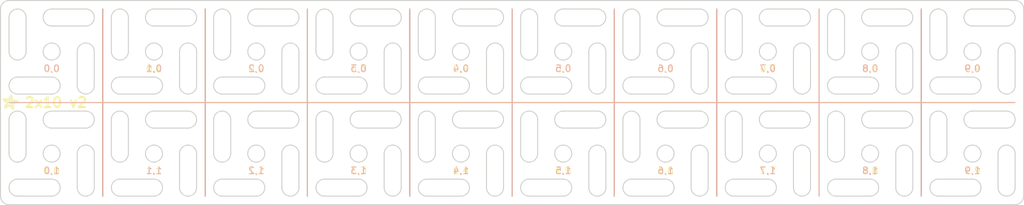
<source format=kicad_pcb>
(kicad_pcb (version 20221018) (generator pcbnew)
  (layers (0 "F.Cu" signal) (31 "B.Cu" signal) (34 "B.Paste" user) (35 "F.Paste" user) (36 "B.SilkS" user "B.Silkscreen") (37 "F.SilkS" user "F.Silkscreen") (38 "B.Mask" user) (39 "F.Mask" user) (44 "Edge.Cuts" user))
  (net 0 "")
  (footprint "ADAFRUIT_2.5MM" (layer "F.Cu") (at 25.654 41.783)
    (fp_text reference "U$4" hide)
    (fp_text value "" hide)
  )
  (gr_line (start 40.64 26.67) (end 40.64 54.609999) (stroke (width 0.15)) (layer "F.Cu"))
  (gr_line (start 55.88 26.67) (end 55.88 54.609999) (stroke (width 0.15)) (layer "F.Cu"))
  (gr_line (start 101.6 26.67) (end 101.6 54.609999) (stroke (width 0.15)) (layer "F.Cu"))
  (gr_line (start 162.56 26.67) (end 162.56 54.609999) (stroke (width 0.15)) (layer "F.Cu"))
  (gr_line (start 71.119999 26.67) (end 71.119999 54.609999) (stroke (width 0.15)) (layer "F.Cu"))
  (gr_line (start 147.32 26.67) (end 147.32 54.609999) (stroke (width 0.15)) (layer "F.Cu"))
  (gr_line (start 132.079999 26.67) (end 132.079999 54.609999) (stroke (width 0.15)) (layer "F.Cu"))
  (gr_line (start 116.839999 26.67) (end 116.839999 54.609999) (stroke (width 0.15)) (layer "F.Cu"))
  (gr_line (start 86.36 26.67) (end 86.36 54.609999) (stroke (width 0.15)) (layer "F.Cu"))
  (gr_line (start 162.56 26.67) (end 162.56 54.609999) (stroke (width 0.15)) (layer "B.Cu"))
  (gr_line (start 132.079999 26.67) (end 132.079999 54.609999) (stroke (width 0.15)) (layer "B.Cu"))
  (gr_line (start 71.119999 26.67) (end 71.119999 54.609999) (stroke (width 0.15)) (layer "B.Cu"))
  (gr_line (start 40.64 26.67) (end 40.64 54.609999) (stroke (width 0.15)) (layer "B.Cu"))
  (gr_line (start 55.88 26.67) (end 55.88 54.609999) (stroke (width 0.15)) (layer "B.Cu"))
  (gr_line (start 101.6 26.67) (end 101.6 54.609999) (stroke (width 0.15)) (layer "B.Cu"))
  (gr_line (start 116.839999 26.67) (end 116.839999 54.609999) (stroke (width 0.15)) (layer "B.Cu"))
  (gr_line (start 147.32 26.67) (end 147.32 54.609999) (stroke (width 0.15)) (layer "B.Cu"))
  (gr_line (start 86.36 26.67) (end 86.36 54.609999) (stroke (width 0.15)) (layer "B.Cu"))
  (gr_line (start 55.88 26.67) (end 55.88 54.609999) (stroke (width 0.15)) (layer "B.SilkS"))
  (gr_line (start 101.6 26.67) (end 101.6 54.609999) (stroke (width 0.15)) (layer "B.SilkS"))
  (gr_line (start 26.67 40.64) (end 176.53 40.64) (stroke (width 0.15)) (layer "B.SilkS"))
  (gr_line (start 40.64 26.67) (end 40.64 54.609999) (stroke (width 0.15)) (layer "B.SilkS"))
  (gr_line (start 71.119999 26.67) (end 71.119999 54.609999) (stroke (width 0.15)) (layer "B.SilkS"))
  (gr_line (start 162.56 26.67) (end 162.56 54.609999) (stroke (width 0.15)) (layer "B.SilkS"))
  (gr_line (start 132.079999 26.67) (end 132.079999 54.609999) (stroke (width 0.15)) (layer "B.SilkS"))
  (gr_line (start 86.36 26.67) (end 86.36 54.609999) (stroke (width 0.15)) (layer "B.SilkS"))
  (gr_line (start 116.839999 26.67) (end 116.839999 54.609999) (stroke (width 0.15)) (layer "B.SilkS"))
  (gr_line (start 147.32 26.67) (end 147.32 54.609999) (stroke (width 0.15)) (layer "B.SilkS"))
  (gr_line (start 101.6 26.67) (end 101.6 54.609999) (stroke (width 0.15)) (layer "F.SilkS"))
  (gr_line (start 147.32 26.67) (end 147.32 54.609999) (stroke (width 0.15)) (layer "F.SilkS"))
  (gr_line (start 55.88 26.67) (end 55.88 54.609999) (stroke (width 0.15)) (layer "F.SilkS"))
  (gr_line (start 162.56 26.67) (end 162.56 54.609999) (stroke (width 0.15)) (layer "F.SilkS"))
  (gr_line (start 86.36 26.67) (end 86.36 54.609999) (stroke (width 0.15)) (layer "F.SilkS"))
  (gr_line (start 71.119999 26.67) (end 71.119999 54.609999) (stroke (width 0.15)) (layer "F.SilkS"))
  (gr_line (start 116.839999 26.67) (end 116.839999 54.609999) (stroke (width 0.15)) (layer "F.SilkS"))
  (gr_line (start 40.64 26.67) (end 40.64 54.609999) (stroke (width 0.15)) (layer "F.SilkS"))
  (gr_line (start 132.079999 26.67) (end 132.079999 54.609999) (stroke (width 0.15)) (layer "F.SilkS"))
  (gr_line (start 39.37 40.64) (end 176.53 40.64) (stroke (width 0.15)) (layer "F.SilkS"))
  (gr_arc (start 93.98 52.07) (mid 95.25 53.34) (end 93.98 54.61) (stroke (width 0.15)) (layer "Edge.Cuts"))
  (gr_line (start 63.5 44.45) (end 68.58 44.45) (stroke (width 0.15)) (layer "Edge.Cuts"))
  (gr_arc (start 39.37 38.1) (mid 38.1 39.37) (end 36.83 38.1) (stroke (width 0.15)) (layer "Edge.Cuts"))
  (gr_arc (start 67.31 33.02) (mid 68.58 31.75) (end 69.85 33.02) (stroke (width 0.15)) (layer "Edge.Cuts"))
  (gr_arc (start 105.41 33.02) (mid 104.14 34.29) (end 102.87 33.02) (stroke (width 0.15)) (layer "Edge.Cuts"))
  (gr_line (start 85.09 33.02) (end 85.09 38.1) (stroke (width 0.15)) (layer "Edge.Cuts"))
  (gr_line (start 134.62 52.07) (end 139.7 52.07) (stroke (width 0.15)) (layer "Edge.Cuts"))
  (gr_arc (start 124.46 36.83) (mid 125.73 38.1) (end 124.46 39.37) (stroke (width 0.15)) (layer "Edge.Cuts"))
  (gr_arc (start 139.7 36.83) (mid 140.97 38.1) (end 139.7 39.37) (stroke (width 0.15)) (layer "Edge.Cuts"))
  (gr_line (start 176.53 48.26) (end 176.53 53.34) (stroke (width 0.15)) (layer "Edge.Cuts"))
  (gr_arc (start 115.57 53.34) (mid 114.3 54.61) (end 113.03 53.34) (stroke (width 0.15)) (layer "Edge.Cuts"))
  (gr_arc (start 170.18 36.83) (mid 171.45 38.1) (end 170.18 39.37) (stroke (width 0.15)) (layer "Edge.Cuts"))
  (gr_line (start 48.26 26.67) (end 53.34 26.67) (stroke (width 0.15)) (layer "Edge.Cuts"))
  (gr_arc (start 63.5 36.83) (mid 64.77 38.1) (end 63.5 39.37) (stroke (width 0.15)) (layer "Edge.Cuts"))
  (gr_line (start 43.18 52.07) (end 48.26 52.07) (stroke (width 0.15)) (layer "Edge.Cuts"))
  (gr_line (start 73.66 36.83) (end 78.74 36.83) (stroke (width 0.15)) (layer "Edge.Cuts"))
  (gr_line (start 104.14 54.61) (end 109.22 54.61) (stroke (width 0.15)) (layer "Edge.Cuts"))
  (gr_arc (start 139.7 52.07) (mid 140.97 53.34) (end 139.7 54.61) (stroke (width 0.15)) (layer "Edge.Cuts"))
  (gr_arc (start 36.83 33.02) (mid 38.1 31.75) (end 39.37 33.02) (stroke (width 0.15)) (layer "Edge.Cuts"))
  (gr_arc (start 85.089999 38.1) (mid 83.82 39.369999) (end 82.550001 38.1) (stroke (width 0.15)) (layer "Edge.Cuts"))
  (gr_arc (start 72.39 43.18) (mid 73.66 41.91) (end 74.93 43.18) (stroke (width 0.15)) (layer "Edge.Cuts"))
  (gr_line (start 105.41 43.18) (end 105.41 48.26) (stroke (width 0.15)) (layer "Edge.Cuts"))
  (gr_line (start 124.46 29.21) (end 129.539999 29.21) (stroke (width 0.15)) (layer "Edge.Cuts"))
  (gr_arc (start 68.58 41.91) (mid 69.85 43.18) (end 68.58 44.45) (stroke (width 0.15)) (layer "Edge.Cuts"))
  (gr_line (start 52.07 48.26) (end 52.07 53.34) (stroke (width 0.15)) (layer "Edge.Cuts"))
  (gr_line (start 74.93 43.18) (end 74.93 48.26) (stroke (width 0.15)) (layer "Edge.Cuts"))
  (gr_line (start 73.66 39.37) (end 78.74 39.37) (stroke (width 0.15)) (layer "Edge.Cuts"))
  (gr_arc (start 114.3 41.91) (mid 115.57 43.18) (end 114.3 44.45) (stroke (width 0.15)) (layer "Edge.Cuts"))
  (gr_arc (start 124.46 44.45) (mid 123.19 43.18) (end 124.46 41.91) (stroke (width 0.15)) (layer "Edge.Cuts"))
  (gr_arc (start 29.21 33.02) (mid 27.94 34.29) (end 26.67 33.02) (stroke (width 0.15)) (layer "Edge.Cuts"))
  (gr_arc (start 115.57 38.1) (mid 114.3 39.37) (end 113.03 38.1) (stroke (width 0.15)) (layer "Edge.Cuts"))
  (gr_line (start 166.37 43.18) (end 166.37 48.26) (stroke (width 0.15)) (layer "Edge.Cuts"))
  (gr_arc (start 133.35 43.18) (mid 134.62 41.91) (end 135.89 43.18) (stroke (width 0.15)) (layer "Edge.Cuts"))
  (gr_arc (start 170.18 46.989999) (mid 170.18 49.530001) (end 170.18 46.989999) (stroke (width 0.15)) (layer "Edge.Cuts"))
  (gr_arc (start 143.51 33.02) (mid 144.78 31.75) (end 146.05 33.02) (stroke (width 0.15)) (layer "Edge.Cuts"))
  (gr_line (start 48.26 44.45) (end 53.34 44.45) (stroke (width 0.15)) (layer "Edge.Cuts"))
  (gr_arc (start 44.45 33.02) (mid 43.18 34.29) (end 41.91 33.02) (stroke (width 0.15)) (layer "Edge.Cuts"))
  (gr_line (start 154.94 26.67) (end 160.02 26.67) (stroke (width 0.15)) (layer "Edge.Cuts"))
  (gr_line (start 29.21 43.18) (end 29.21 48.26) (stroke (width 0.15)) (layer "Edge.Cuts"))
  (gr_arc (start 135.89 33.02) (mid 134.62 34.29) (end 133.35 33.02) (stroke (width 0.15)) (layer "Edge.Cuts"))
  (gr_arc (start 109.22 31.75) (mid 109.22 34.29) (end 109.22 31.75) (stroke (width 0.15)) (layer "Edge.Cuts"))
  (gr_arc (start 128.269999 48.26) (mid 129.539999 46.99) (end 130.809999 48.26) (stroke (width 0.15)) (layer "Edge.Cuts"))
  (gr_arc (start 143.51 48.26) (mid 144.78 46.99) (end 146.05 48.26) (stroke (width 0.15)) (layer "Edge.Cuts"))
  (gr_arc (start 57.15 27.94) (mid 58.42 26.67) (end 59.69 27.94) (stroke (width 0.15)) (layer "Edge.Cuts"))
  (gr_arc (start 146.05 53.34) (mid 144.78 54.61) (end 143.51 53.34) (stroke (width 0.15)) (layer "Edge.Cuts"))
  (gr_line (start 29.21 27.94) (end 29.21 33.02) (stroke (width 0.15)) (layer "Edge.Cuts"))
  (gr_arc (start 33.02 44.45) (mid 31.75 43.18) (end 33.02 41.91) (stroke (width 0.15)) (layer "Edge.Cuts"))
  (gr_arc (start 173.989999 48.26) (mid 175.26 46.989999) (end 176.530001 48.26) (stroke (width 0.15)) (layer "Edge.Cuts"))
  (gr_line (start 54.61 33.02) (end 54.61 38.1) (stroke (width 0.15)) (layer "Edge.Cuts"))
  (gr_line (start 170.18 29.21) (end 175.26 29.21) (stroke (width 0.15)) (layer "Edge.Cuts"))
  (gr_arc (start 43.18 39.37) (mid 41.91 38.1) (end 43.18 36.83) (stroke (width 0.15)) (layer "Edge.Cuts"))
  (gr_line (start 58.42 39.37) (end 63.5 39.37) (stroke (width 0.15)) (layer "Edge.Cuts"))
  (gr_arc (start 135.89 48.26) (mid 134.62 49.53) (end 133.35 48.26) (stroke (width 0.15)) (layer "Edge.Cuts"))
  (gr_line (start 120.65 43.18) (end 120.65 48.26) (stroke (width 0.15)) (layer "Edge.Cuts"))
  (gr_arc (start 149.86 54.61) (mid 148.59 53.34) (end 149.86 52.07) (stroke (width 0.15)) (layer "Edge.Cuts"))
  (gr_line (start 105.41 27.94) (end 105.41 33.02) (stroke (width 0.15)) (layer "Edge.Cuts"))
  (gr_arc (start 78.74 44.45) (mid 77.47 43.18) (end 78.74 41.91) (stroke (width 0.15)) (layer "Edge.Cuts"))
  (gr_arc (start 99.06 41.91) (mid 100.33 43.18) (end 99.06 44.45) (stroke (width 0.15)) (layer "Edge.Cuts"))
  (gr_line (start 118.11 43.18) (end 118.11 48.26) (stroke (width 0.15)) (layer "Edge.Cuts"))
  (gr_arc (start 175.26 26.67) (mid 176.53 27.94) (end 175.26 29.21) (stroke (width 0.15)) (layer "Edge.Cuts"))
  (gr_line (start 90.17 43.18) (end 90.17 48.26) (stroke (width 0.15)) (layer "Edge.Cuts"))
  (gr_arc (start 146.05 38.1) (mid 144.78 39.37) (end 143.51 38.1) (stroke (width 0.15)) (layer "Edge.Cuts"))
  (gr_arc (start 52.07 48.26) (mid 53.34 46.99) (end 54.61 48.26) (stroke (width 0.15)) (layer "Edge.Cuts"))
  (gr_arc (start 114.3 26.67) (mid 115.57 27.94) (end 114.3 29.21) (stroke (width 0.15)) (layer "Edge.Cuts"))
  (gr_arc (start 161.29 53.34) (mid 160.02 54.61) (end 158.75 53.34) (stroke (width 0.15)) (layer "Edge.Cuts"))
  (gr_arc (start 93.98 29.21) (mid 92.71 27.94) (end 93.98 26.67) (stroke (width 0.15)) (layer "Edge.Cuts"))
  (gr_arc (start 124.46 46.989999) (mid 124.46 49.530001) (end 124.46 46.989999) (stroke (width 0.15)) (layer "Edge.Cuts"))
  (gr_arc (start 154.94 52.07) (mid 156.21 53.34) (end 154.94 54.61) (stroke (width 0.15)) (layer "Edge.Cuts"))
  (gr_line (start 165.1 39.37) (end 170.18 39.37) (stroke (width 0.15)) (layer "Edge.Cuts"))
  (gr_arc (start 58.42 54.61) (mid 57.15 53.34) (end 58.42 52.07) (stroke (width 0.15)) (layer "Edge.Cuts"))
  (gr_line (start 58.42 54.61) (end 63.5 54.61) (stroke (width 0.15)) (layer "Edge.Cuts"))
  (gr_arc (start 73.66 54.61) (mid 72.39 53.34) (end 73.66 52.07) (stroke (width 0.15)) (layer "Edge.Cuts"))
  (gr_line (start 128.27 48.26) (end 128.27 53.34) (stroke (width 0.15)) (layer "Edge.Cuts"))
  (gr_line (start 113.03 48.26) (end 113.03 53.34) (stroke (width 0.15)) (layer "Edge.Cuts"))
  (gr_line (start 118.11 27.94) (end 118.11 33.02) (stroke (width 0.15)) (layer "Edge.Cuts"))
  (gr_line (start 119.38 54.61) (end 124.46 54.61) (stroke (width 0.15)) (layer "Edge.Cuts"))
  (gr_arc (start 175.26 41.91) (mid 176.53 43.18) (end 175.26 44.45) (stroke (width 0.15)) (layer "Edge.Cuts"))
  (gr_line (start 100.33 48.26) (end 100.33 53.34) (stroke (width 0.15)) (layer "Edge.Cuts"))
  (gr_line (start 73.66 52.07) (end 78.74 52.07) (stroke (width 0.15)) (layer "Edge.Cuts"))
  (gr_arc (start 163.829999 27.94) (mid 165.1 26.669999) (end 166.370001 27.94) (stroke (width 0.15)) (layer "Edge.Cuts"))
  (gr_arc (start 160.02 26.67) (mid 161.29 27.94) (end 160.02 29.21) (stroke (width 0.15)) (layer "Edge.Cuts"))
  (gr_arc (start 129.539999 41.91) (mid 130.809999 43.18) (end 129.539999 44.45) (stroke (width 0.15)) (layer "Edge.Cuts"))
  (gr_line (start 170.18 44.45) (end 175.26 44.45) (stroke (width 0.15)) (layer "Edge.Cuts"))
  (gr_arc (start 97.79 48.26) (mid 99.06 46.99) (end 100.33 48.26) (stroke (width 0.15)) (layer "Edge.Cuts"))
  (gr_arc (start 72.39 27.94) (mid 73.66 26.67) (end 74.93 27.94) (stroke (width 0.15)) (layer "Edge.Cuts"))
  (gr_line (start 135.89 27.94) (end 135.89 33.02) (stroke (width 0.15)) (layer "Edge.Cuts"))
  (gr_arc (start 128.269999 33.02) (mid 129.539999 31.75) (end 130.809999 33.02) (stroke (width 0.15)) (layer "Edge.Cuts"))
  (gr_arc (start 100.33 38.1) (mid 99.06 39.37) (end 97.79 38.1) (stroke (width 0.15)) (layer "Edge.Cuts"))
  (gr_arc (start 119.38 54.61) (mid 118.11 53.34) (end 119.38 52.07) (stroke (width 0.15)) (layer "Edge.Cuts"))
  (gr_arc (start 158.75 33.02) (mid 160.02 31.75) (end 161.29 33.02) (stroke (width 0.15)) (layer "Edge.Cuts"))
  (gr_line (start 67.31 48.26) (end 67.31 53.34) (stroke (width 0.15)) (layer "Edge.Cuts"))
  (gr_arc (start 173.989999 33.02) (mid 175.26 31.749999) (end 176.530001 33.02) (stroke (width 0.15)) (layer "Edge.Cuts"))
  (gr_line (start 158.75 48.26) (end 158.75 53.34) (stroke (width 0.15)) (layer "Edge.Cuts"))
  (gr_line (start 54.61 48.26) (end 54.61 53.34) (stroke (width 0.15)) (layer "Edge.Cuts"))
  (gr_line (start 102.87 27.94) (end 102.87 33.02) (stroke (width 0.15)) (layer "Edge.Cuts"))
  (gr_arc (start 176.53 38.1) (mid 175.26 39.37) (end 173.99 38.1) (stroke (width 0.15)) (layer "Edge.Cuts"))
  (gr_line (start 120.65 27.94) (end 120.65 33.02) (stroke (width 0.15)) (layer "Edge.Cuts"))
  (gr_arc (start 26.67 43.18) (mid 27.94 41.91) (end 29.21 43.18) (stroke (width 0.15)) (layer "Edge.Cuts"))
  (gr_arc (start 151.13 33.02) (mid 149.86 34.29) (end 148.59 33.02) (stroke (width 0.15)) (layer "Edge.Cuts"))
  (gr_arc (start 134.62 54.61) (mid 133.35 53.34) (end 134.62 52.07) (stroke (width 0.15)) (layer "Edge.Cuts"))
  (gr_line (start 26.67 43.18) (end 26.67 48.26) (stroke (width 0.15)) (layer "Edge.Cuts"))
  (gr_line (start 130.81 48.26) (end 130.81 53.34) (stroke (width 0.15)) (layer "Edge.Cuts"))
  (gr_arc (start 90.17 48.26) (mid 88.9 49.53) (end 87.63 48.26) (stroke (width 0.15)) (layer "Edge.Cuts"))
  (gr_arc (start 29.21 48.26) (mid 27.94 49.53) (end 26.67 48.26) (stroke (width 0.15)) (layer "Edge.Cuts"))
  (gr_line (start 48.26 41.91) (end 53.34 41.91) (stroke (width 0.15)) (layer "Edge.Cuts"))
  (gr_arc (start 33.02 46.989999) (mid 33.02 49.530001) (end 33.02 46.989999) (stroke (width 0.15)) (layer "Edge.Cuts"))
  (gr_line (start 130.81 33.02) (end 130.81 38.1) (stroke (width 0.15)) (layer "Edge.Cuts"))
  (gr_line (start 39.37 48.26) (end 39.37 53.34) (stroke (width 0.15)) (layer "Edge.Cuts"))
  (gr_line (start 170.18 41.91) (end 175.26 41.91) (stroke (width 0.15)) (layer "Edge.Cuts"))
  (gr_arc (start 149.86 39.37) (mid 148.59 38.1) (end 149.86 36.83) (stroke (width 0.15)) (layer "Edge.Cuts"))
  (gr_line (start 148.59 43.18) (end 148.59 48.26) (stroke (width 0.15)) (layer "Edge.Cuts"))
  (gr_line (start 173.99 33.02) (end 173.99 38.1) (stroke (width 0.15)) (layer "Edge.Cuts"))
  (gr_line (start 82.55 33.02) (end 82.55 38.1) (stroke (width 0.15)) (layer "Edge.Cuts"))
  (gr_arc (start 105.41 48.26) (mid 104.14 49.53) (end 102.87 48.26) (stroke (width 0.15)) (layer "Edge.Cuts"))
  (gr_line (start 143.51 33.02) (end 143.51 38.1) (stroke (width 0.15)) (layer "Edge.Cuts"))
  (gr_line (start 88.9 54.61) (end 93.98 54.61) (stroke (width 0.15)) (layer "Edge.Cuts"))
  (gr_arc (start 130.81 38.1) (mid 129.539999 39.370001) (end 128.269998 38.1) (stroke (width 0.15)) (layer "Edge.Cuts"))
  (gr_arc (start 63.5 46.989999) (mid 63.5 49.530001) (end 63.5 46.989999) (stroke (width 0.15)) (layer "Edge.Cuts"))
  (gr_arc (start 100.33 53.34) (mid 99.06 54.61) (end 97.79 53.34) (stroke (width 0.15)) (layer "Edge.Cuts"))
  (gr_arc (start 58.42 39.37) (mid 57.15 38.1) (end 58.42 36.83) (stroke (width 0.15)) (layer "Edge.Cuts"))
  (gr_arc (start 118.11 27.94) (mid 119.38 26.67) (end 120.65 27.94) (stroke (width 0.15)) (layer "Edge.Cuts"))
  (gr_line (start 163.83 43.18) (end 163.83 48.26) (stroke (width 0.15)) (layer "Edge.Cuts"))
  (gr_arc (start 78.74 29.21) (mid 77.47 27.94) (end 78.74 26.67) (stroke (width 0.15)) (layer "Edge.Cuts"))
  (gr_line (start 58.42 36.83) (end 63.5 36.83) (stroke (width 0.15)) (layer "Edge.Cuts"))
  (gr_arc (start 118.11 43.18) (mid 119.38 41.91) (end 120.65 43.18) (stroke (width 0.15)) (layer "Edge.Cuts"))
  (gr_line (start 139.7 41.91) (end 144.78 41.91) (stroke (width 0.15)) (layer "Edge.Cuts"))
  (gr_line (start 85.09 48.26) (end 85.09 53.34) (stroke (width 0.15)) (layer "Edge.Cuts"))
  (gr_line (start 26.67 55.88) (end 176.53 55.88) (stroke (width 0.15)) (layer "Edge.Cuts"))
  (gr_line (start 124.46 26.67) (end 129.539999 26.67) (stroke (width 0.15)) (layer "Edge.Cuts"))
  (gr_arc (start 88.9 39.37) (mid 87.63 38.1) (end 88.9 36.83) (stroke (width 0.15)) (layer "Edge.Cuts"))
  (gr_line (start 97.79 48.26) (end 97.79 53.34) (stroke (width 0.15)) (layer "Edge.Cuts"))
  (gr_line (start 109.22 41.91) (end 114.3 41.91) (stroke (width 0.15)) (layer "Edge.Cuts"))
  (gr_line (start 74.93 27.94) (end 74.93 33.02) (stroke (width 0.15)) (layer "Edge.Cuts"))
  (gr_arc (start 48.26 46.989999) (mid 48.26 49.530001) (end 48.26 46.989999) (stroke (width 0.15)) (layer "Edge.Cuts"))
  (gr_arc (start 130.81 53.34) (mid 129.539999 54.610001) (end 128.269998 53.34) (stroke (width 0.15)) (layer "Edge.Cuts"))
  (gr_arc (start 160.02 41.91) (mid 161.29 43.18) (end 160.02 44.45) (stroke (width 0.15)) (layer "Edge.Cuts"))
  (gr_arc (start 139.7 31.75) (mid 139.7 34.29) (end 139.7 31.75) (stroke (width 0.15)) (layer "Edge.Cuts"))
  (gr_line (start 100.33 33.02) (end 100.33 38.1) (stroke (width 0.15)) (layer "Edge.Cuts"))
  (gr_arc (start 124.46 31.75) (mid 124.46 34.29) (end 124.46 31.75) (stroke (width 0.15)) (layer "Edge.Cuts"))
  (gr_arc (start 87.63 27.94) (mid 88.9 26.67) (end 90.17 27.94) (stroke (width 0.15)) (layer "Edge.Cuts"))
  (gr_line (start 134.62 39.37) (end 139.7 39.37) (stroke (width 0.15)) (layer "Edge.Cuts"))
  (gr_line (start 151.13 43.18) (end 151.13 48.26) (stroke (width 0.15)) (layer "Edge.Cuts"))
  (gr_line (start 115.57 48.26) (end 115.57 53.34) (stroke (width 0.15)) (layer "Edge.Cuts"))
  (gr_line (start 124.46 44.45) (end 129.539999 44.45) (stroke (width 0.15)) (layer "Edge.Cuts"))
  (gr_arc (start 48.26 29.21) (mid 46.99 27.94) (end 48.26 26.67) (stroke (width 0.15)) (layer "Edge.Cuts"))
  (gr_arc (start 44.45 48.26) (mid 43.18 49.53) (end 41.91 48.26) (stroke (width 0.15)) (layer "Edge.Cuts"))
  (gr_arc (start 69.85 38.1) (mid 68.58 39.37) (end 67.31 38.1) (stroke (width 0.15)) (layer "Edge.Cuts"))
  (gr_arc (start 78.74 31.75) (mid 78.74 34.29) (end 78.74 31.75) (stroke (width 0.15)) (layer "Edge.Cuts"))
  (gr_line (start 93.98 44.45) (end 99.06 44.45) (stroke (width 0.15)) (layer "Edge.Cuts"))
  (gr_line (start 25.4 26.67) (end 25.4 54.609999) (stroke (width 0.15)) (layer "Edge.Cuts"))
  (gr_line (start 104.14 36.83) (end 109.22 36.83) (stroke (width 0.15)) (layer "Edge.Cuts"))
  (gr_arc (start 33.02 36.83) (mid 34.29 38.1) (end 33.02 39.37) (stroke (width 0.15)) (layer "Edge.Cuts"))
  (gr_line (start 52.07 33.02) (end 52.07 38.1) (stroke (width 0.15)) (layer "Edge.Cuts"))
  (gr_arc (start 151.13 48.26) (mid 149.86 49.53) (end 148.59 48.26) (stroke (width 0.15)) (layer "Edge.Cuts"))
  (gr_line (start 82.55 48.26) (end 82.55 53.34) (stroke (width 0.15)) (layer "Edge.Cuts"))
  (gr_arc (start 93.98 36.83) (mid 95.25 38.1) (end 93.98 39.37) (stroke (width 0.15)) (layer "Edge.Cuts"))
  (gr_line (start 149.86 52.07) (end 154.94 52.07) (stroke (width 0.15)) (layer "Edge.Cuts"))
  (gr_line (start 57.15 27.94) (end 57.15 33.02) (stroke (width 0.15)) (layer "Edge.Cuts"))
  (gr_line (start 134.62 36.83) (end 139.7 36.83) (stroke (width 0.15)) (layer "Edge.Cuts"))
  (gr_line (start 48.26 29.21) (end 53.34 29.21) (stroke (width 0.15)) (layer "Edge.Cuts"))
  (gr_line (start 69.85 48.26) (end 69.85 53.34) (stroke (width 0.15)) (layer "Edge.Cuts"))
  (gr_arc (start 170.18 31.75) (mid 170.18 34.29) (end 170.18 31.75) (stroke (width 0.15)) (layer "Edge.Cuts"))
  (gr_line (start 161.29 33.02) (end 161.29 38.1) (stroke (width 0.15)) (layer "Edge.Cuts"))
  (gr_arc (start 33.02 31.75) (mid 33.02 34.29) (end 33.02 31.75) (stroke (width 0.15)) (layer "Edge.Cuts"))
  (gr_arc (start 166.37 33.02) (mid 165.1 34.29) (end 163.83 33.02) (stroke (width 0.15)) (layer "Edge.Cuts"))
  (gr_arc (start 90.17 33.02) (mid 88.9 34.29) (end 87.63 33.02) (stroke (width 0.15)) (layer "Edge.Cuts"))
  (gr_line (start 133.35 27.94) (end 133.35 33.02) (stroke (width 0.15)) (layer "Edge.Cuts"))
  (gr_line (start 134.62 54.61) (end 139.7 54.61) (stroke (width 0.15)) (layer "Edge.Cuts"))
  (gr_arc (start 63.5 44.45) (mid 62.23 43.18) (end 63.5 41.91) (stroke (width 0.15)) (layer "Edge.Cuts"))
  (gr_arc (start 27.94 39.37) (mid 26.67 38.1) (end 27.94 36.83) (stroke (width 0.15)) (layer "Edge.Cuts"))
  (gr_arc (start 78.74 36.83) (mid 80.01 38.1) (end 78.74 39.37) (stroke (width 0.15)) (layer "Edge.Cuts"))
  (gr_arc (start 104.14 54.61) (mid 102.87 53.34) (end 104.14 52.07) (stroke (width 0.15)) (layer "Edge.Cuts"))
  (gr_arc (start 26.67 27.94) (mid 27.94 26.67) (end 29.21 27.94) (stroke (width 0.15)) (layer "Edge.Cuts"))
  (gr_arc (start 78.74 46.989999) (mid 78.74 49.530001) (end 78.74 46.989999) (stroke (width 0.15)) (layer "Edge.Cuts"))
  (gr_line (start 139.7 44.45) (end 144.78 44.45) (stroke (width 0.15)) (layer "Edge.Cuts"))
  (gr_line (start 78.74 44.45) (end 83.82 44.45) (stroke (width 0.15)) (layer "Edge.Cuts"))
  (gr_arc (start 48.26 31.75) (mid 48.26 34.29) (end 48.26 31.75) (stroke (width 0.15)) (layer "Edge.Cuts"))
  (gr_arc (start 113.03 33.02) (mid 114.3 31.75) (end 115.57 33.02) (stroke (width 0.15)) (layer "Edge.Cuts"))
  (gr_arc (start 87.63 43.18) (mid 88.9 41.91) (end 90.17 43.18) (stroke (width 0.15)) (layer "Edge.Cuts"))
  (gr_line (start 133.35 43.18) (end 133.35 48.26) (stroke (width 0.15)) (layer "Edge.Cuts"))
  (gr_line (start 27.94 54.61) (end 33.02 54.61) (stroke (width 0.15)) (layer "Edge.Cuts"))
  (gr_line (start 93.98 29.21) (end 99.06 29.21) (stroke (width 0.15)) (layer "Edge.Cuts"))
  (gr_arc (start 57.15 43.18) (mid 58.42 41.91) (end 59.69 43.18) (stroke (width 0.15)) (layer "Edge.Cuts"))
  (gr_line (start 33.02 26.67) (end 38.1 26.67) (stroke (width 0.15)) (layer "Edge.Cuts"))
  (gr_line (start 113.03 33.02) (end 113.03 38.1) (stroke (width 0.15)) (layer "Edge.Cuts"))
  (gr_line (start 67.31 33.02) (end 67.31 38.1) (stroke (width 0.15)) (layer "Edge.Cuts"))
  (gr_line (start 97.79 33.02) (end 97.79 38.1) (stroke (width 0.15)) (layer "Edge.Cuts"))
  (gr_arc (start 102.87 43.18) (mid 104.14 41.91) (end 105.41 43.18) (stroke (width 0.15)) (layer "Edge.Cuts"))
  (gr_arc (start 144.78 41.91) (mid 146.05 43.18) (end 144.78 44.45) (stroke (width 0.15)) (layer "Edge.Cuts"))
  (gr_arc (start 83.82 26.67) (mid 85.09 27.94) (end 83.82 29.21) (stroke (width 0.15)) (layer "Edge.Cuts"))
  (gr_line (start 43.18 36.83) (end 48.26 36.83) (stroke (width 0.15)) (layer "Edge.Cuts"))
  (gr_arc (start 134.62 39.37) (mid 133.35 38.1) (end 134.62 36.83) (stroke (width 0.15)) (layer "Edge.Cuts"))
  (gr_line (start 88.9 52.07) (end 93.98 52.07) (stroke (width 0.15)) (layer "Edge.Cuts"))
  (gr_arc (start 170.18 52.07) (mid 171.45 53.34) (end 170.18 54.61) (stroke (width 0.15)) (layer "Edge.Cuts"))
  (gr_line (start 27.94 36.83) (end 33.02 36.83) (stroke (width 0.15)) (layer "Edge.Cuts"))
  (gr_arc (start 38.1 41.91) (mid 39.37 43.18) (end 38.1 44.45) (stroke (width 0.15)) (layer "Edge.Cuts"))
  (gr_line (start 26.67 27.94) (end 26.67 33.02) (stroke (width 0.15)) (layer "Edge.Cuts"))
  (gr_line (start 44.45 43.18) (end 44.45 48.26) (stroke (width 0.15)) (layer "Edge.Cuts"))
  (gr_arc (start 120.649999 48.26) (mid 119.38 49.529999) (end 118.110001 48.26) (stroke (width 0.15)) (layer "Edge.Cuts"))
  (gr_arc (start 59.69 48.26) (mid 58.42 49.53) (end 57.15 48.26) (stroke (width 0.15)) (layer "Edge.Cuts"))
  (gr_line (start 109.22 26.67) (end 114.3 26.67) (stroke (width 0.15)) (layer "Edge.Cuts"))
  (gr_line (start 165.1 36.83) (end 170.18 36.83) (stroke (width 0.15)) (layer "Edge.Cuts"))
  (gr_arc (start 63.5 31.75) (mid 63.5 34.29) (end 63.5 31.75) (stroke (width 0.15)) (layer "Edge.Cuts"))
  (gr_line (start 154.94 41.91) (end 160.02 41.91) (stroke (width 0.15)) (layer "Edge.Cuts"))
  (gr_arc (start 73.66 39.37) (mid 72.39 38.1) (end 73.66 36.83) (stroke (width 0.15)) (layer "Edge.Cuts"))
  (gr_arc (start 93.98 31.75) (mid 93.98 34.29) (end 93.98 31.75) (stroke (width 0.15)) (layer "Edge.Cuts"))
  (gr_line (start 36.83 48.26) (end 36.83 53.34) (stroke (width 0.15)) (layer "Edge.Cuts"))
  (gr_line (start 36.83 33.02) (end 36.83 38.1) (stroke (width 0.15)) (layer "Edge.Cuts"))
  (gr_arc (start 53.34 26.67) (mid 54.61 27.94) (end 53.34 29.21) (stroke (width 0.15)) (layer "Edge.Cuts"))
  (gr_arc (start 129.539999 26.67) (mid 130.809999 27.94) (end 129.539999 29.21) (stroke (width 0.15)) (layer "Edge.Cuts"))
  (gr_line (start 154.94 29.21) (end 160.02 29.21) (stroke (width 0.15)) (layer "Edge.Cuts"))
  (gr_line (start 78.74 29.21) (end 83.82 29.21) (stroke (width 0.15)) (layer "Edge.Cuts"))
  (gr_arc (start 97.79 33.02) (mid 99.06 31.75) (end 100.33 33.02) (stroke (width 0.15)) (layer "Edge.Cuts"))
  (gr_arc (start 38.1 26.67) (mid 39.37 27.94) (end 38.1 29.21) (stroke (width 0.15)) (layer "Edge.Cuts"))
  (gr_line (start 59.69 43.18) (end 59.69 48.26) (stroke (width 0.15)) (layer "Edge.Cuts"))
  (gr_line (start 146.05 33.02) (end 146.05 38.1) (stroke (width 0.15)) (layer "Edge.Cuts"))
  (gr_line (start 59.69 27.94) (end 59.69 33.02) (stroke (width 0.15)) (layer "Edge.Cuts"))
  (gr_line (start 173.99 48.26) (end 173.99 53.34) (stroke (width 0.15)) (layer "Edge.Cuts"))
  (gr_arc (start 154.94 44.45) (mid 153.67 43.18) (end 154.94 41.91) (stroke (width 0.15)) (layer "Edge.Cuts"))
  (gr_arc (start 119.38 39.37) (mid 118.11 38.1) (end 119.38 36.83) (stroke (width 0.15)) (layer "Edge.Cuts"))
  (gr_line (start 139.7 29.21) (end 144.78 29.21) (stroke (width 0.15)) (layer "Edge.Cuts"))
  (gr_arc (start 166.37 48.26) (mid 165.1 49.53) (end 163.83 48.26) (stroke (width 0.15)) (layer "Edge.Cuts"))
  (gr_line (start 27.94 52.07) (end 33.02 52.07) (stroke (width 0.15)) (layer "Edge.Cuts"))
  (gr_line (start 149.86 54.61) (end 154.94 54.61) (stroke (width 0.15)) (layer "Edge.Cuts"))
  (gr_line (start 33.02 41.91) (end 38.1 41.91) (stroke (width 0.15)) (layer "Edge.Cuts"))
  (gr_line (start 109.22 29.21) (end 114.3 29.21) (stroke (width 0.15)) (layer "Edge.Cuts"))
  (gr_arc (start 41.91 43.18) (mid 43.18 41.91) (end 44.45 43.18) (stroke (width 0.15)) (layer "Edge.Cuts"))
  (gr_line (start 26.67 25.4) (end 176.53 25.4) (stroke (width 0.15)) (layer "Edge.Cuts"))
  (gr_arc (start 170.18 44.45) (mid 168.91 43.18) (end 170.18 41.91) (stroke (width 0.15)) (layer "Edge.Cuts"))
  (gr_line (start 78.74 41.91) (end 83.82 41.91) (stroke (width 0.15)) (layer "Edge.Cuts"))
  (gr_line (start 44.45 27.94) (end 44.45 33.02) (stroke (width 0.15)) (layer "Edge.Cuts"))
  (gr_arc (start 124.46 52.07) (mid 125.73 53.34) (end 124.46 54.61) (stroke (width 0.15)) (layer "Edge.Cuts"))
  (gr_arc (start 48.26 36.83) (mid 49.53 38.1) (end 48.26 39.37) (stroke (width 0.15)) (layer "Edge.Cuts"))
  (gr_line (start 88.9 36.83) (end 93.98 36.83) (stroke (width 0.15)) (layer "Edge.Cuts"))
  (gr_line (start 151.13 27.94) (end 151.13 33.02) (stroke (width 0.15)) (layer "Edge.Cuts"))
  (gr_line (start 27.94 39.37) (end 33.02 39.37) (stroke (width 0.15)) (layer "Edge.Cuts"))
  (gr_line (start 63.5 41.91) (end 68.58 41.91) (stroke (width 0.15)) (layer "Edge.Cuts"))
  (gr_line (start 33.02 29.21) (end 38.1 29.21) (stroke (width 0.15)) (layer "Edge.Cuts"))
  (gr_line (start 69.85 33.02) (end 69.85 38.1) (stroke (width 0.15)) (layer "Edge.Cuts"))
  (gr_arc (start 27.94 54.61) (mid 26.67 53.34) (end 27.94 52.07) (stroke (width 0.15)) (layer "Edge.Cuts"))
  (gr_line (start 88.9 39.37) (end 93.98 39.37) (stroke (width 0.15)) (layer "Edge.Cuts"))
  (gr_arc (start 148.59 43.18) (mid 149.86 41.91) (end 151.13 43.18) (stroke (width 0.15)) (layer "Edge.Cuts"))
  (gr_arc (start 53.34 41.91) (mid 54.61 43.18) (end 53.34 44.45) (stroke (width 0.15)) (layer "Edge.Cuts"))
  (gr_line (start 41.91 27.94) (end 41.91 33.02) (stroke (width 0.15)) (layer "Edge.Cuts"))
  (gr_arc (start 82.55 48.26) (mid 83.82 46.99) (end 85.09 48.26) (stroke (width 0.15)) (layer "Edge.Cuts"))
  (gr_line (start 143.51 48.26) (end 143.51 53.34) (stroke (width 0.15)) (layer "Edge.Cuts"))
  (gr_arc (start 88.9 54.61) (mid 87.63 53.34) (end 88.9 52.07) (stroke (width 0.15)) (layer "Edge.Cuts"))
  (gr_arc (start 33.02 29.21) (mid 31.75 27.94) (end 33.02 26.67) (stroke (width 0.15)) (layer "Edge.Cuts"))
  (gr_arc (start 102.87 27.94) (mid 104.14 26.67) (end 105.41 27.94) (stroke (width 0.15)) (layer "Edge.Cuts"))
  (gr_arc (start 54.61 38.1) (mid 53.34 39.37) (end 52.07 38.1) (stroke (width 0.15)) (layer "Edge.Cuts"))
  (gr_arc (start 120.649999 33.02) (mid 119.38 34.289999) (end 118.110001 33.02) (stroke (width 0.15)) (layer "Edge.Cuts"))
  (gr_line (start 149.86 39.37) (end 154.94 39.37) (stroke (width 0.15)) (layer "Edge.Cuts"))
  (gr_arc (start 124.46 29.21) (mid 123.19 27.94) (end 124.46 26.67) (stroke (width 0.15)) (layer "Edge.Cuts"))
  (gr_line (start 102.87 43.18) (end 102.87 48.26) (stroke (width 0.15)) (layer "Edge.Cuts"))
  (gr_line (start 161.29 48.26) (end 161.29 53.34) (stroke (width 0.15)) (layer "Edge.Cuts"))
  (gr_line (start 128.27 33.02) (end 128.27 38.1) (stroke (width 0.15)) (layer "Edge.Cuts"))
  (gr_arc (start 109.22 44.45) (mid 107.95 43.18) (end 109.22 41.91) (stroke (width 0.15)) (layer "Edge.Cuts"))
  (gr_arc (start 139.7 46.989999) (mid 139.7 49.530001) (end 139.7 46.989999) (stroke (width 0.15)) (layer "Edge.Cuts"))
  (gr_line (start 119.38 36.83) (end 124.46 36.83) (stroke (width 0.15)) (layer "Edge.Cuts"))
  (gr_arc (start 52.07 33.02) (mid 53.34 31.75) (end 54.61 33.02) (stroke (width 0.15)) (layer "Edge.Cuts"))
  (gr_line (start 63.5 29.21) (end 68.58 29.21) (stroke (width 0.15)) (layer "Edge.Cuts"))
  (gr_arc (start 59.69 33.02) (mid 58.42 34.29) (end 57.15 33.02) (stroke (width 0.15)) (layer "Edge.Cuts"))
  (gr_arc (start 39.37 53.34) (mid 38.1 54.61) (end 36.83 53.34) (stroke (width 0.15)) (layer "Edge.Cuts"))
  (gr_arc (start 43.18 54.61) (mid 41.91 53.34) (end 43.18 52.07) (stroke (width 0.15)) (layer "Edge.Cuts"))
  (gr_arc (start 154.94 29.21) (mid 153.67 27.94) (end 154.94 26.67) (stroke (width 0.15)) (layer "Edge.Cuts"))
  (gr_arc (start 104.14 39.37) (mid 102.87 38.1) (end 104.14 36.83) (stroke (width 0.15)) (layer "Edge.Cuts"))
  (gr_arc (start 139.7 44.45) (mid 138.43 43.18) (end 139.7 41.91) (stroke (width 0.15)) (layer "Edge.Cuts"))
  (gr_arc (start 144.78 26.67) (mid 146.05 27.94) (end 144.78 29.21) (stroke (width 0.15)) (layer "Edge.Cuts"))
  (gr_arc (start 68.58 26.67) (mid 69.85 27.94) (end 68.58 29.21) (stroke (width 0.15)) (layer "Edge.Cuts"))
  (gr_line (start 57.15 43.18) (end 57.15 48.26) (stroke (width 0.15)) (layer "Edge.Cuts"))
  (gr_arc (start 165.1 39.37) (mid 163.83 38.1) (end 165.1 36.83) (stroke (width 0.15)) (layer "Edge.Cuts"))
  (gr_arc (start 48.26 44.45) (mid 46.99 43.18) (end 48.26 41.91) (stroke (width 0.15)) (layer "Edge.Cuts"))
  (gr_line (start 63.5 26.67) (end 68.58 26.67) (stroke (width 0.15)) (layer "Edge.Cuts"))
  (gr_line (start 115.57 33.02) (end 115.57 38.1) (stroke (width 0.15)) (layer "Edge.Cuts"))
  (gr_line (start 146.05 48.26) (end 146.05 53.34) (stroke (width 0.15)) (layer "Edge.Cuts"))
  (gr_line (start 93.98 26.67) (end 99.06 26.67) (stroke (width 0.15)) (layer "Edge.Cuts"))
  (gr_line (start 41.91 43.18) (end 41.91 48.26) (stroke (width 0.15)) (layer "Edge.Cuts"))
  (gr_line (start 165.1 52.07) (end 170.18 52.07) (stroke (width 0.15)) (layer "Edge.Cuts"))
  (gr_arc (start 161.29 38.1) (mid 160.02 39.37) (end 158.75 38.1) (stroke (width 0.15)) (layer "Edge.Cuts"))
  (gr_line (start 39.37 33.02) (end 39.37 38.1) (stroke (width 0.15)) (layer "Edge.Cuts"))
  (gr_line (start 119.38 52.07) (end 124.46 52.07) (stroke (width 0.15)) (layer "Edge.Cuts"))
  (gr_arc (start 133.35 27.94) (mid 134.62 26.67) (end 135.89 27.94) (stroke (width 0.15)) (layer "Edge.Cuts"))
  (gr_line (start 158.75 33.02) (end 158.75 38.1) (stroke (width 0.15)) (layer "Edge.Cuts"))
  (gr_arc (start 113.03 48.26) (mid 114.3 46.99) (end 115.57 48.26) (stroke (width 0.15)) (layer "Edge.Cuts"))
  (gr_line (start 43.18 39.37) (end 48.26 39.37) (stroke (width 0.15)) (layer "Edge.Cuts"))
  (gr_arc (start 63.5 52.07) (mid 64.77 53.34) (end 63.5 54.61) (stroke (width 0.15)) (layer "Edge.Cuts"))
  (gr_arc (start 93.98 44.45) (mid 92.71 43.18) (end 93.98 41.91) (stroke (width 0.15)) (layer "Edge.Cuts"))
  (gr_arc (start 74.93 33.02) (mid 73.66 34.29) (end 72.39 33.02) (stroke (width 0.15)) (layer "Edge.Cuts"))
  (gr_arc (start 170.18 29.21) (mid 168.91 27.94) (end 170.18 26.67) (stroke (width 0.15)) (layer "Edge.Cuts"))
  (gr_line (start 87.63 27.94) (end 87.63 33.02) (stroke (width 0.15)) (layer "Edge.Cuts"))
  (gr_line (start 148.59 27.94) (end 148.59 33.02) (stroke (width 0.15)) (layer "Edge.Cuts"))
  (gr_arc (start 99.06 26.67) (mid 100.33 27.94) (end 99.06 29.21) (stroke (width 0.15)) (layer "Edge.Cuts"))
  (gr_line (start 104.14 39.37) (end 109.22 39.37) (stroke (width 0.15)) (layer "Edge.Cuts"))
  (gr_line (start 170.18 26.67) (end 175.26 26.67) (stroke (width 0.15)) (layer "Edge.Cuts"))
  (gr_arc (start 83.82 41.91) (mid 85.09 43.18) (end 83.82 44.45) (stroke (width 0.15)) (layer "Edge.Cuts"))
  (gr_line (start 163.83 27.94) (end 163.83 33.02) (stroke (width 0.15)) (layer "Edge.Cuts"))
  (gr_arc (start 63.5 29.21) (mid 62.23 27.94) (end 63.5 26.67) (stroke (width 0.15)) (layer "Edge.Cuts"))
  (gr_arc (start 41.91 27.94) (mid 43.18 26.67) (end 44.45 27.94) (stroke (width 0.15)) (layer "Edge.Cuts"))
  (gr_line (start 176.53 33.02) (end 176.53 38.1) (stroke (width 0.15)) (layer "Edge.Cuts"))
  (gr_arc (start 54.61 53.34) (mid 53.34 54.61) (end 52.07 53.34) (stroke (width 0.15)) (layer "Edge.Cuts"))
  (gr_line (start 109.22 44.45) (end 114.3 44.45) (stroke (width 0.15)) (layer "Edge.Cuts"))
  (gr_arc (start 177.8 54.609999) (mid 177.428026 55.508025) (end 176.53 55.879999) (stroke (width 0.15)) (layer "Edge.Cuts"))
  (gr_arc (start 154.94 36.83) (mid 156.21 38.1) (end 154.94 39.37) (stroke (width 0.15)) (layer "Edge.Cuts"))
  (gr_arc (start 109.22 46.989999) (mid 109.22 49.530001) (end 109.22 46.989999) (stroke (width 0.15)) (layer "Edge.Cuts"))
  (gr_line (start 72.39 27.94) (end 72.39 33.02) (stroke (width 0.15)) (layer "Edge.Cuts"))
  (gr_arc (start 93.98 46.989999) (mid 93.98 49.530001) (end 93.98 46.989999) (stroke (width 0.15)) (layer "Edge.Cuts"))
  (gr_arc (start 48.26 52.07) (mid 49.53 53.34) (end 48.26 54.61) (stroke (width 0.15)) (layer "Edge.Cuts"))
  (gr_line (start 119.38 39.37) (end 124.46 39.37) (stroke (width 0.15)) (layer "Edge.Cuts"))
  (gr_line (start 33.02 44.45) (end 38.1 44.45) (stroke (width 0.15)) (layer "Edge.Cuts"))
  (gr_arc (start 78.74 52.07) (mid 80.01 53.34) (end 78.74 54.61) (stroke (width 0.15)) (layer "Edge.Cuts"))
  (gr_arc (start 74.93 48.26) (mid 73.66 49.53) (end 72.39 48.26) (stroke (width 0.15)) (layer "Edge.Cuts"))
  (gr_arc (start 36.83 48.26) (mid 38.1 46.99) (end 39.37 48.26) (stroke (width 0.15)) (layer "Edge.Cuts"))
  (gr_arc (start 85.089999 53.34) (mid 83.82 54.609999) (end 82.550001 53.34) (stroke (width 0.15)) (layer "Edge.Cuts"))
  (gr_arc (start 26.67 55.879999) (mid 25.771974 55.508025) (end 25.4 54.609999) (stroke (width 0.15)) (layer "Edge.Cuts"))
  (gr_line (start 154.94 44.45) (end 160.02 44.45) (stroke (width 0.15)) (layer "Edge.Cuts"))
  (gr_arc (start 25.4 26.67) (mid 25.771974 25.771974) (end 26.67 25.4) (stroke (width 0.15)) (layer "Edge.Cuts"))
  (gr_line (start 93.98 41.91) (end 99.06 41.91) (stroke (width 0.15)) (layer "Edge.Cuts"))
  (gr_arc (start 69.85 53.34) (mid 68.58 54.61) (end 67.31 53.34) (stroke (width 0.15)) (layer "Edge.Cuts"))
  (gr_arc (start 139.7 29.21) (mid 138.43 27.94) (end 139.7 26.67) (stroke (width 0.15)) (layer "Edge.Cuts"))
  (gr_line (start 58.42 52.07) (end 63.5 52.07) (stroke (width 0.15)) (layer "Edge.Cuts"))
  (gr_line (start 135.89 43.18) (end 135.89 48.26) (stroke (width 0.15)) (layer "Edge.Cuts"))
  (gr_arc (start 148.59 27.94) (mid 149.86 26.67) (end 151.13 27.94) (stroke (width 0.15)) (layer "Edge.Cuts"))
  (gr_line (start 78.74 26.67) (end 83.82 26.67) (stroke (width 0.15)) (layer "Edge.Cuts"))
  (gr_arc (start 154.94 31.75) (mid 154.94 34.29) (end 154.94 31.75) (stroke (width 0.15)) (layer "Edge.Cuts"))
  (gr_line (start 72.39 43.18) (end 72.39 48.26) (stroke (width 0.15)) (layer "Edge.Cuts"))
  (gr_line (start 139.7 26.67) (end 144.78 26.67) (stroke (width 0.15)) (layer "Edge.Cuts"))
  (gr_line (start 166.37 27.94) (end 166.37 33.02) (stroke (width 0.15)) (layer "Edge.Cuts"))
  (gr_line (start 87.63 43.18) (end 87.63 48.26) (stroke (width 0.15)) (layer "Edge.Cuts"))
  (gr_arc (start 82.55 33.02) (mid 83.82 31.75) (end 85.09 33.02) (stroke (width 0.15)) (layer "Edge.Cuts"))
  (gr_line (start 43.18 54.61) (end 48.26 54.61) (stroke (width 0.15)) (layer "Edge.Cuts"))
  (gr_arc (start 176.53 25.4) (mid 177.428026 25.771974) (end 177.8 26.67) (stroke (width 0.15)) (layer "Edge.Cuts"))
  (gr_arc (start 109.22 29.21) (mid 107.95 27.94) (end 109.22 26.67) (stroke (width 0.15)) (layer "Edge.Cuts"))
  (gr_arc (start 109.22 52.07) (mid 110.49 53.34) (end 109.22 54.61) (stroke (width 0.15)) (layer "Edge.Cuts"))
  (gr_arc (start 154.94 46.989999) (mid 154.94 49.530001) (end 154.94 46.989999) (stroke (width 0.15)) (layer "Edge.Cuts"))
  (gr_arc (start 109.22 36.83) (mid 110.49 38.1) (end 109.22 39.37) (stroke (width 0.15)) (layer "Edge.Cuts"))
  (gr_line (start 165.1 54.61) (end 170.18 54.61) (stroke (width 0.15)) (layer "Edge.Cuts"))
  (gr_line (start 177.799999 26.67) (end 177.799999 54.609999) (stroke (width 0.15)) (layer "Edge.Cuts"))
  (gr_line (start 124.46 41.91) (end 129.539999 41.91) (stroke (width 0.15)) (layer "Edge.Cuts"))
  (gr_arc (start 165.1 54.61) (mid 163.83 53.34) (end 165.1 52.07) (stroke (width 0.15)) (layer "Edge.Cuts"))
  (gr_line (start 104.14 52.07) (end 109.22 52.07) (stroke (width 0.15)) (layer "Edge.Cuts"))
  (gr_arc (start 33.02 52.07) (mid 34.29 53.34) (end 33.02 54.61) (stroke (width 0.15)) (layer "Edge.Cuts"))
  (gr_line (start 73.66 54.61) (end 78.74 54.61) (stroke (width 0.15)) (layer "Edge.Cuts"))
  (gr_line (start 149.86 36.83) (end 154.94 36.83) (stroke (width 0.15)) (layer "Edge.Cuts"))
  (gr_arc (start 67.31 48.26) (mid 68.58 46.99) (end 69.85 48.26) (stroke (width 0.15)) (layer "Edge.Cuts"))
  (gr_arc (start 176.53 53.34) (mid 175.26 54.61) (end 173.99 53.34) (stroke (width 0.15)) (layer "Edge.Cuts"))
  (gr_arc (start 158.75 48.26) (mid 160.02 46.99) (end 161.29 48.26) (stroke (width 0.15)) (layer "Edge.Cuts"))
  (gr_arc (start 163.829999 43.18) (mid 165.1 41.909999) (end 166.370001 43.18) (stroke (width 0.15)) (layer "Edge.Cuts"))
  (gr_line (start 90.17 27.94) (end 90.17 33.02) (stroke (width 0.15)) (layer "Edge.Cuts"))
  (gr_text "0,2" (at 63.5 35.56) (layer "B.SilkS") (effects (font (size 1 1)) (justify mirror)))
  (gr_text "1,1" (at 48.26 50.8) (layer "B.SilkS") (effects (font (size 1 1)) (justify mirror)))
  (gr_text "1,0" (at 33.02 50.8) (layer "B.SilkS") (effects (font (size 1 1)) (justify mirror)))
  (gr_text "1,4" (at 93.98 50.8) (layer "B.SilkS") (effects (font (size 1 1)) (justify mirror)))
  (gr_text "1,8" (at 154.94 50.8) (layer "B.SilkS") (effects (font (size 1 1)) (justify mirror)))
  (gr_text "1,3" (at 78.74 50.8) (layer "B.SilkS") (effects (font (size 1 1)) (justify mirror)))
  (gr_text "1,5" (at 109.22 50.8) (layer "B.SilkS") (effects (font (size 1 1)) (justify mirror)))
  (gr_text "1,6" (at 124.46 50.8) (layer "B.SilkS") (effects (font (size 1 1)) (justify mirror)))
  (gr_text "1,7" (at 139.7 50.8) (layer "B.SilkS") (effects (font (size 1 1)) (justify mirror)))
  (gr_text "1,9" (at 170.18 50.8) (layer "B.SilkS") (effects (font (size 1 1)) (justify mirror)))
  (gr_text "0,6" (at 124.46 35.56) (layer "B.SilkS") (effects (font (size 1 1)) (justify mirror)))
  (gr_text "1,2" (at 63.5 50.8) (layer "B.SilkS") (effects (font (size 1 1)) (justify mirror)))
  (gr_text "0,1" (at 48.26 35.56) (layer "B.SilkS") (effects (font (size 1 1)) (justify mirror)))
  (gr_text "0,9" (at 170.18 35.56) (layer "B.SilkS") (effects (font (size 1 1)) (justify mirror)))
  (gr_text "0,8" (at 154.94 35.56) (layer "B.SilkS") (effects (font (size 1 1)) (justify mirror)))
  (gr_text "0,4" (at 93.98 35.56) (layer "B.SilkS") (effects (font (size 1 1)) (justify mirror)))
  (gr_text "0,5" (at 109.22 35.56) (layer "B.SilkS") (effects (font (size 1 1)) (justify mirror)))
  (gr_text "0,7" (at 139.7 35.56) (layer "B.SilkS") (effects (font (size 1 1)) (justify mirror)))
  (gr_text "0,0" (at 33.02 35.56) (layer "B.SilkS") (effects (font (size 1 1)) (justify mirror)))
  (gr_text "0,3" (at 78.74 35.56) (layer "B.SilkS") (effects (font (size 1 1)) (justify mirror)))
  (gr_text "1,4" (at 93.98 50.8) (layer "F.SilkS") (effects (font (size 1 1))))
  (gr_text "1,0" (at 33.02 50.8) (layer "F.SilkS") (effects (font (size 1 1))))
  (gr_text "1,5" (at 109.22 50.8) (layer "F.SilkS") (effects (font (size 1 1))))
  (gr_text "0,5" (at 109.22 35.56) (layer "F.SilkS") (effects (font (size 1 1))))
  (gr_text "1,6" (at 124.46 50.8) (layer "F.SilkS") (effects (font (size 1 1))))
  (gr_text "0,3" (at 78.74 35.56) (layer "F.SilkS") (effects (font (size 1 1))))
  (gr_text "0,8" (at 154.94 35.56) (layer "F.SilkS") (effects (font (size 1 1))))
  (gr_text "1,7" (at 139.7 50.8) (layer "F.SilkS") (effects (font (size 1 1))))
  (gr_text "0,4" (at 93.98 35.56) (layer "F.SilkS") (effects (font (size 1 1))))
  (gr_text "1,9" (at 170.18 50.8) (layer "F.SilkS") (effects (font (size 1 1))))
  (gr_text "0,0" (at 33.02 35.56) (layer "F.SilkS") (effects (font (size 1 1))))
  (gr_text "0,1" (at 48.26 35.56) (layer "F.SilkS") (effects (font (size 1 1))))
  (gr_text "1,8" (at 154.94 50.8) (layer "F.SilkS") (effects (font (size 1 1))))
  (gr_text "1,1" (at 48.26 50.8) (layer "F.SilkS") (effects (font (size 1 1))))
  (gr_text "2x10 v2" (at 33.654999 40.64) (layer "F.SilkS") (effects (font (size 1.5 1.5) (thickness 0.3))))
  (gr_text "0,9" (at 170.18 35.56) (layer "F.SilkS") (effects (font (size 1 1))))
  (gr_text "1,3" (at 78.74 50.8) (layer "F.SilkS") (effects (font (size 1 1))))
  (gr_text "1,2" (at 63.5 50.8) (layer "F.SilkS") (effects (font (size 1 1))))
  (gr_text "0,7" (at 139.7 35.56) (layer "F.SilkS") (effects (font (size 1 1))))
  (gr_text "0,6" (at 124.46 35.56) (layer "F.SilkS") (effects (font (size 1 1))))
  (gr_text "0,2" (at 63.5 35.56) (layer "F.SilkS") (effects (font (size 1 1))))
)
</source>
